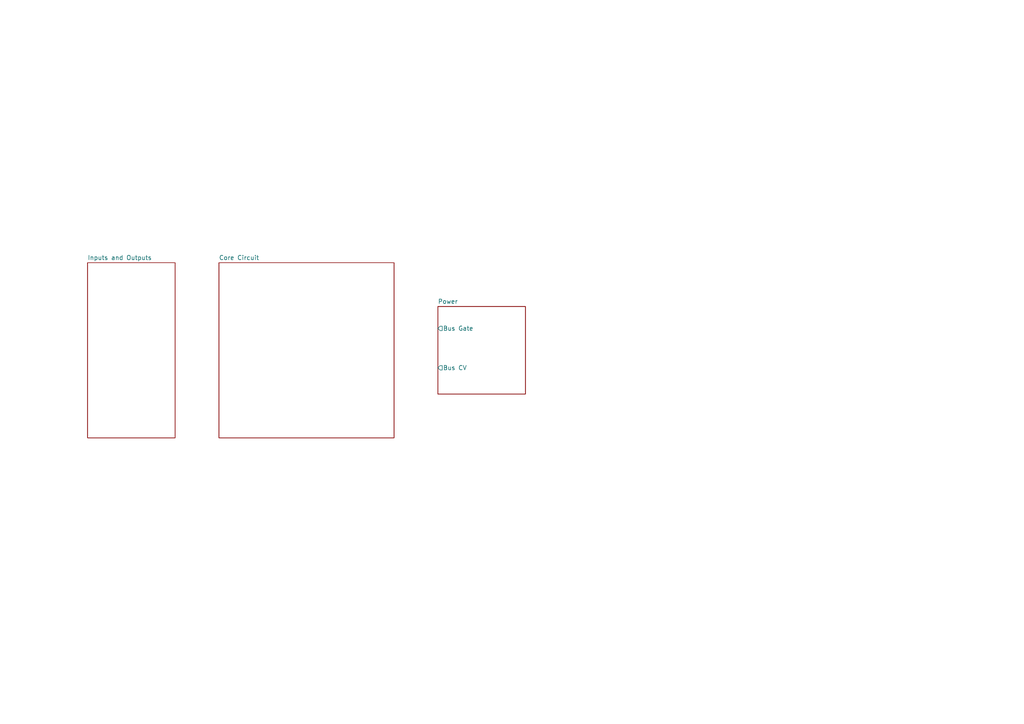
<source format=kicad_sch>
(kicad_sch
	(version 20250114)
	(generator "eeschema")
	(generator_version "9.0")
	(uuid "58f4306d-5387-4983-bb08-41a2313fd315")
	(paper "A4")
	(title_block
		(rev "1")
		(company "DMH Instruments")
		(comment 1 "PCB for 5 cm Kosmo format synthesizer module")
	)
	(lib_symbols)
	(sheet
		(at 127 88.9)
		(size 25.4 25.4)
		(exclude_from_sim no)
		(in_bom yes)
		(on_board yes)
		(dnp no)
		(fields_autoplaced yes)
		(stroke
			(width 0.1524)
			(type solid)
		)
		(fill
			(color 0 0 0 0.0000)
		)
		(uuid "0cdf34b2-39cd-4d9e-981a-97cd34791509")
		(property "Sheetname" "Power"
			(at 127 88.1884 0)
			(effects
				(font
					(size 1.27 1.27)
				)
				(justify left bottom)
			)
		)
		(property "Sheetfile" "Power.kicad_sch"
			(at 127 114.8846 0)
			(effects
				(font
					(size 1.27 1.27)
				)
				(justify left top)
				(hide yes)
			)
		)
		(pin "Bus Gate" output
			(at 127 95.25 180)
			(uuid "35434339-bc2b-4868-9a18-95483283b276")
			(effects
				(font
					(size 1.27 1.27)
				)
				(justify left)
			)
		)
		(pin "Bus CV" output
			(at 127 106.68 180)
			(uuid "0197176f-d754-4695-b74f-89d14faa0aea")
			(effects
				(font
					(size 1.27 1.27)
				)
				(justify left)
			)
		)
		(instances
			(project "DMH_Tripple_VCA_PCB_2"
				(path "/58f4306d-5387-4983-bb08-41a2313fd315"
					(page "4")
				)
			)
		)
	)
	(sheet
		(at 63.5 76.2)
		(size 50.8 50.8)
		(exclude_from_sim no)
		(in_bom yes)
		(on_board yes)
		(dnp no)
		(fields_autoplaced yes)
		(stroke
			(width 0.1524)
			(type solid)
		)
		(fill
			(color 0 0 0 0.0000)
		)
		(uuid "7ad2d702-dfb7-4d49-a82d-34430dd5948f")
		(property "Sheetname" "Core Circuit"
			(at 63.5 75.4884 0)
			(effects
				(font
					(size 1.27 1.27)
				)
				(justify left bottom)
			)
		)
		(property "Sheetfile" "Core_Circuit.kicad_sch"
			(at 63.5 127.5846 0)
			(effects
				(font
					(size 1.27 1.27)
				)
				(justify left top)
				(hide yes)
			)
		)
		(instances
			(project "DMH_Tripple_VCA_PCB_2"
				(path "/58f4306d-5387-4983-bb08-41a2313fd315"
					(page "3")
				)
			)
		)
	)
	(sheet
		(at 25.4 76.2)
		(size 25.4 50.8)
		(exclude_from_sim no)
		(in_bom yes)
		(on_board yes)
		(dnp no)
		(fields_autoplaced yes)
		(stroke
			(width 0.1524)
			(type solid)
		)
		(fill
			(color 0 0 0 0.0000)
		)
		(uuid "ce3fef8b-9f1d-4178-b50b-4a046c030679")
		(property "Sheetname" "Inputs and Outputs"
			(at 25.4 75.4884 0)
			(effects
				(font
					(size 1.27 1.27)
				)
				(justify left bottom)
			)
		)
		(property "Sheetfile" "Inputs_and_Outputs.kicad_sch"
			(at 25.4 127.5846 0)
			(effects
				(font
					(size 1.27 1.27)
				)
				(justify left top)
				(hide yes)
			)
		)
		(instances
			(project "DMH_Tripple_VCA_PCB_2"
				(path "/58f4306d-5387-4983-bb08-41a2313fd315"
					(page "2")
				)
			)
		)
	)
	(sheet_instances
		(path "/"
			(page "1")
		)
	)
	(embedded_fonts no)
)

</source>
